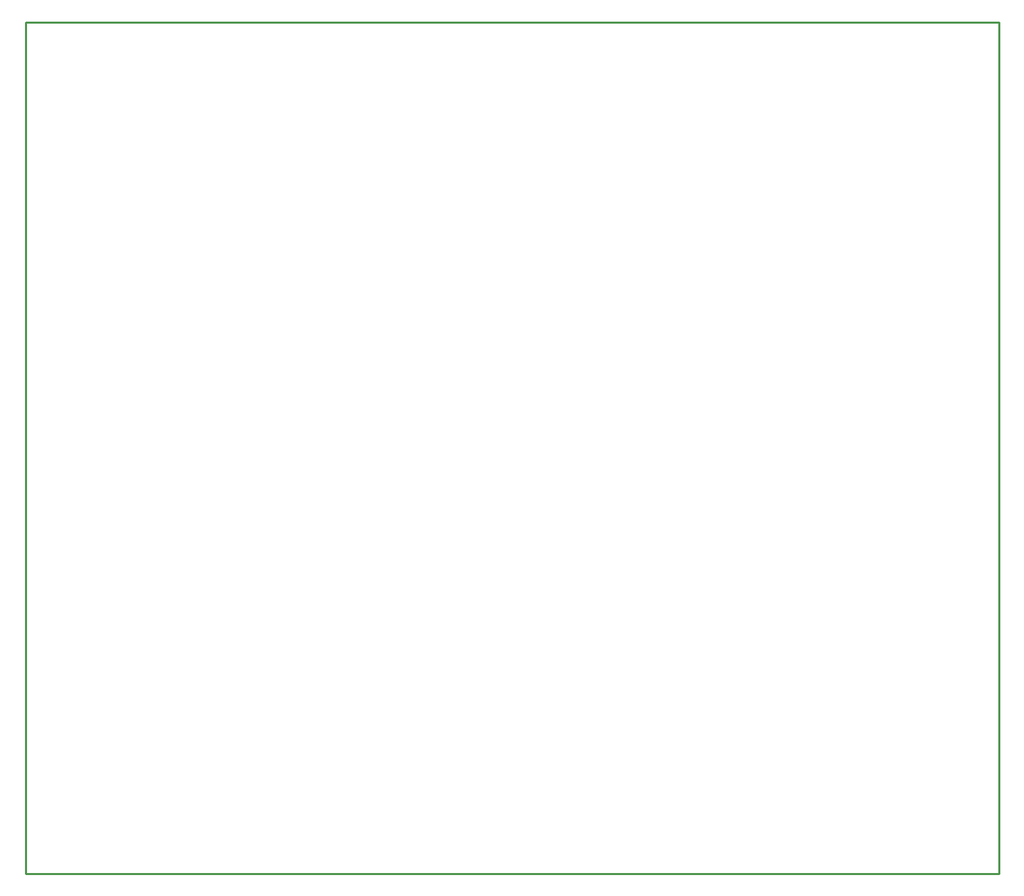
<source format=gbr>
G04 #@! TF.GenerationSoftware,KiCad,Pcbnew,5.1.0-rc2-unknown-036be7d~80~ubuntu16.04.1*
G04 #@! TF.CreationDate,2023-04-10T13:57:59+03:00*
G04 #@! TF.ProjectId,STMP15x-BASE-SOM-EVB_Rev_B,53544d50-3135-4782-9d42-4153452d534f,B*
G04 #@! TF.SameCoordinates,Original*
G04 #@! TF.FileFunction,Profile,NP*
%FSLAX46Y46*%
G04 Gerber Fmt 4.6, Leading zero omitted, Abs format (unit mm)*
G04 Created by KiCad (PCBNEW 5.1.0-rc2-unknown-036be7d~80~ubuntu16.04.1) date 2023-04-10 13:57:59*
%MOMM*%
%LPD*%
G04 APERTURE LIST*
%ADD10C,0.254000*%
G04 APERTURE END LIST*
D10*
X76200000Y-144780000D02*
X198120000Y-144780000D01*
X198120000Y-144780000D02*
X198120000Y-38100000D01*
X76200000Y-38100000D02*
X198120000Y-38100000D01*
X76200000Y-144780000D02*
X76200000Y-38100000D01*
M02*

</source>
